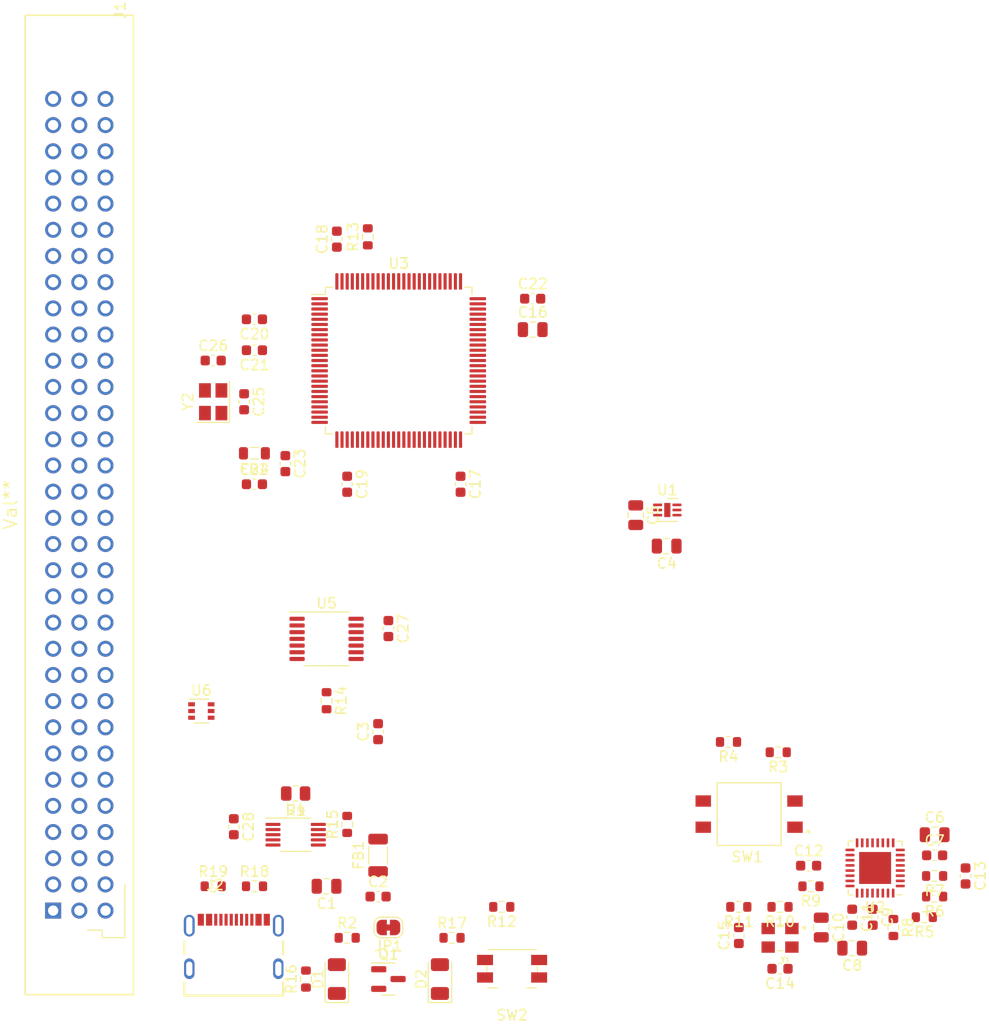
<source format=kicad_pcb>
(kicad_pcb (version 20211014) (generator pcbnew)
  (layers (0 "F.Cu" signal) (31 "B.Cu" signal) (34 "B.Paste" user) (35 "F.Paste" user) (36 "B.SilkS" user "B.Silkscreen") (37 "F.SilkS" user "F.Silkscreen") (38 "B.Mask" user) (39 "F.Mask" user) (44 "Edge.Cuts" user))
  (net 0 "")
  (net 1 "/Power/UNFILTERED_VBUS")
  (net 2 "GND")
  (net 3 "+5V")
  (net 4 "+3V3")
  (net 5 "/VCCIO")
  (net 6 "/RREF")
  (net 7 "/#RESET")
  (net 8 "Net-(C14-Pad1)")
  (net 9 "/XSCO")
  (net 10 "/MCU/VDDA")
  (net 11 "/MCU/OSC_IN")
  (net 12 "/MCU/OSC_OUT")
  (net 13 "Net-(D1-Pad1)")
  (net 14 "+5V_Mod")
  (net 15 "Net-(D2-Pad1)")
  (net 16 "Net-(D2-Pad2)")
  (net 19 "CONN_0")
  (net 20 "CONN_1")
  (net 21 "CONN_2")
  (net 22 "CONN_3")
  (net 23 "CONN_4")
  (net 24 "CONN_5")
  (net 25 "CONN_6")
  (net 26 "CONN_7")
  (net 27 "CONN_8")
  (net 28 "CONN_9")
  (net 29 "CONN_10")
  (net 30 "CONN_11")
  (net 31 "CONN_12")
  (net 32 "CONN_13")
  (net 33 "CONN_14")
  (net 34 "CONN_15")
  (net 35 "CONN_16")
  (net 36 "CONN_17")
  (net 37 "CONN_18")
  (net 38 "CONN_19")
  (net 39 "CONN_20")
  (net 40 "CONN_21")
  (net 41 "CONN_22")
  (net 42 "CONN_23")
  (net 43 "CONN_24")
  (net 44 "CONN_25")
  (net 45 "CONN_26")
  (net 46 "CONN_27")
  (net 47 "CONN_28")
  (net 48 "CONN_29")
  (net 49 "CONN_30")
  (net 50 "CONN_31")
  (net 51 "CONN_32")
  (net 52 "CONN_33")
  (net 53 "CONN_34")
  (net 54 "CONN_35")
  (net 55 "CONN_36")
  (net 56 "CONN_37")
  (net 57 "CONN_38")
  (net 58 "CONN_39")
  (net 59 "CONN_40")
  (net 60 "CONN_41")
  (net 61 "CONN_42")
  (net 62 "CONN_43")
  (net 63 "CONN_44")
  (net 64 "CONN_45")
  (net 65 "CONN_46")
  (net 66 "CONN_47")
  (net 67 "CONN_48")
  (net 68 "CONN_49")
  (net 69 "CONN_50")
  (net 70 "CONN_51")
  (net 71 "CONN_52")
  (net 74 "VBUS")
  (net 75 "/DP")
  (net 76 "/DM")
  (net 77 "/Power/OVERCURRENT_SENSE")
  (net 78 "/Power/OVERCURRENT_BASE")
  (net 79 "/DCNF0")
  (net 80 "/DCNF1")
  (net 81 "/SS")
  (net 82 "/#STEST_RST")
  (net 83 "/VBUS_DET")
  (net 84 "/XSCI")
  (net 85 "RESET")
  (net 86 "/MCU/BOOT0")
  (net 87 "Net-(R14-Pad2)")
  (net 88 "SPI_SCK")
  (net 89 "SPI_MISO")
  (net 90 "SPI_MOSI")
  (net 97 "SPI_CS")
  (net 114 "MODULE_ENABLE")
  (net 115 "MODULE_RESET")
  (net 124 "CURRENT_SENSE")
  (net 125 "Net-(U5-Pad2)")
  (net 126 "Net-(U5-Pad10)")
  (net 127 "Net-(U5-Pad8)")
  (net 128 "Net-(J2-PadA5)")
  (net 130 "Net-(J2-PadB5)")
  (footprint "Capacitor_SMD:C_0805_2012Metric" (layer "F.Cu") (at 130 81)
    (fp_text reference "C16" (at 0 -1.68) (layer "F.SilkS"))
    (fp_text value "4.7u")
    (pad "1" smd roundrect locked (at -0.95 0) (size 1 1.45) (layers "F.Cu" "F.Paste" "F.Mask") (net 4 "+3V3"))
    (pad "2" smd roundrect locked (at 0.95 0) (size 1 1.45) (layers "F.Cu" "F.Paste" "F.Mask") (net 2 "GND"))
  )
  (footprint "Capacitor_SMD:C_0603_1608Metric" (layer "F.Cu") (at 111 72.225 90)
    (fp_text reference "C18" (at 0 -1.43 90) (layer "F.SilkS"))
    (fp_text value "100n")
    (pad "1" smd roundrect locked (at -0.775 0 90) (size 0.9 0.95) (layers "F.Cu" "F.Paste" "F.Mask") (net 4 "+3V3"))
    (pad "2" smd roundrect locked (at 0.775 0 90) (size 0.9 0.95) (layers "F.Cu" "F.Paste" "F.Mask") (net 2 "GND"))
  )
  (footprint "Resistor_SMD:R_0603_1608Metric" (layer "F.Cu") (at 108 144 90)
    (fp_text reference "R16" (at 0 -1.43 90) (layer "F.SilkS"))
    (fp_text value "374")
    (pad "1" smd roundrect locked (at -0.825 0 90) (size 0.8 0.95) (layers "F.Cu" "F.Paste" "F.Mask") (net 13 "Net-(D1-Pad1)"))
    (pad "2" smd roundrect locked (at 0.825 0 90) (size 0.8 0.95) (layers "F.Cu" "F.Paste" "F.Mask") (net 2 "GND"))
  )
  (footprint "Package_SO:VSSOP-10_3x3mm_P0.5mm" (layer "F.Cu") (at 107 130)
    (fp_text reference "U4" (at 0 -2.45) (layer "F.SilkS"))
    (fp_text value "INA381AxDSG")
    (pad "1" smd roundrect locked (at -2.2 -1) (size 1.45 0.3) (layers "F.Cu" "F.Paste" "F.Mask") (net 1 "/Power/UNFILTERED_VBUS"))
    (pad "2" smd roundrect locked (at -2.2 -0.5) (size 1.45 0.3) (layers "F.Cu" "F.Paste" "F.Mask") (net 4 "+3V3"))
    (pad "3" smd roundrect locked (at -2.2 0) (size 1.45 0.3) (layers "F.Cu" "F.Paste" "F.Mask") (net 78 "/Power/OVERCURRENT_BASE"))
    (pad "4" smd roundrect locked (at -2.2 0.5) (size 1.45 0.3) (layers "F.Cu" "F.Paste" "F.Mask") (net 115 "MODULE_RESET"))
    (pad "5" smd roundrect locked (at -2.2 1) (size 1.45 0.3) (layers "F.Cu" "F.Paste" "F.Mask") (net 2 "GND"))
    (pad "6" smd roundrect locked (at 2.2 1) (size 1.45 0.3) (layers "F.Cu" "F.Paste" "F.Mask"))
    (pad "7" smd roundrect locked (at 2.2 0.5) (size 1.45 0.3) (layers "F.Cu" "F.Paste" "F.Mask") (net 87 "Net-(R14-Pad2)"))
    (pad "8" smd roundrect locked (at 2.2 0) (size 1.45 0.3) (layers "F.Cu" "F.Paste" "F.Mask") (net 124 "CURRENT_SENSE"))
    (pad "9" smd roundrect locked (at 2.2 -0.5) (size 1.45 0.3) (layers "F.Cu" "F.Paste" "F.Mask") (net 124 "CURRENT_SENSE"))
    (pad "10" smd roundrect locked (at 2.2 -1) (size 1.45 0.3) (layers "F.Cu" "F.Paste" "F.Mask") (net 74 "VBUS"))
  )
  (footprint "Package_DFN_QFN:VQFN-32-1EP_5x5mm_P0.5mm_EP3.1x3.1mm" (layer "F.Cu") (at 163.225 133.225 180)
    (fp_text reference "U2" (at 0 -3.82) (layer "F.SilkS"))
    (fp_text value "FT4222HQ")
    (pad "1" smd roundrect locked (at -2.4375 -1.75 180) (size 0.875 0.25) (layers "F.Cu" "F.Paste" "F.Mask") (net 5 "/VCCIO"))
    (pad "2" smd roundrect locked (at -2.4375 -1.25 180) (size 0.875 0.25) (layers "F.Cu" "F.Paste" "F.Mask") (net 82 "/#STEST_RST"))
    (pad "3" smd roundrect locked (at -2.4375 -0.75 180) (size 0.875 0.25) (layers "F.Cu" "F.Paste" "F.Mask") (net 7 "/#RESET"))
    (pad "4" smd roundrect locked (at -2.4375 -0.25 180) (size 0.875 0.25) (layers "F.Cu" "F.Paste" "F.Mask") (net 79 "/DCNF0"))
    (pad "5" smd roundrect locked (at -2.4375 0.25 180) (size 0.875 0.25) (layers "F.Cu" "F.Paste" "F.Mask") (net 80 "/DCNF1"))
    (pad "6" smd roundrect locked (at -2.4375 0.75 180) (size 0.875 0.25) (layers "F.Cu" "F.Paste" "F.Mask") (net 2 "GND"))
    (pad "7" smd roundrect locked (at -2.4375 1.25 180) (size 0.875 0.25) (layers "F.Cu" "F.Paste" "F.Mask") (net 5 "/VCCIO"))
    (pad "8" smd roundrect locked (at -2.4375 1.75 180) (size 0.875 0.25) (layers "F.Cu" "F.Paste" "F.Mask") (net 88 "SPI_SCK"))
    (pad "9" smd roundrect locked (at -1.75 2.4375 180) (size 0.25 0.875) (layers "F.Cu" "F.Paste" "F.Mask") (net 89 "SPI_MISO"))
    (pad "10" smd roundrect locked (at -1.25 2.4375 180) (size 0.25 0.875) (layers "F.Cu" "F.Paste" "F.Mask") (net 90 "SPI_MOSI"))
    (pad "11" smd roundrect locked (at -0.75 2.4375 180) (size 0.25 0.875) (layers "F.Cu" "F.Paste" "F.Mask"))
    (pad "12" smd roundrect locked (at -0.25 2.4375 180) (size 0.25 0.875) (layers "F.Cu" "F.Paste" "F.Mask"))
    (pad "13" smd roundrect locked (at 0.25 2.4375 180) (size 0.25 0.875) (layers "F.Cu" "F.Paste" "F.Mask"))
    (pad "14" smd roundrect locked (at 0.75 2.4375 180) (size 0.25 0.875) (layers "F.Cu" "F.Paste" "F.Mask"))
    (pad "15" smd roundrect locked (at 1.25 2.4375 180) (size 0.25 0.875) (layers "F.Cu" "F.Paste" "F.Mask"))
    (pad "16" smd roundrect locked (at 1.75 2.4375 180) (size 0.25 0.875) (layers "F.Cu" "F.Paste" "F.Mask"))
    (pad "17" smd roundrect locked (at 2.4375 1.75 180) (size 0.875 0.25) (layers "F.Cu" "F.Paste" "F.Mask") (net 97 "SPI_CS"))
    (pad "18" smd roundrect locked (at 2.4375 1.25 180) (size 0.875 0.25) (layers "F.Cu" "F.Paste" "F.Mask") (net 84 "/XSCI"))
    (pad "19" smd roundrect locked (at 2.4375 0.75 180) (size 0.875 0.25) (layers "F.Cu" "F.Paste" "F.Mask") (net 9 "/XSCO"))
    (pad "20" smd roundrect locked (at 2.4375 0.25 180) (size 0.875 0.25) (layers "F.Cu" "F.Paste" "F.Mask") (net 2 "GND"))
    (pad "21" smd roundrect locked (at 2.4375 -0.25 180) (size 0.875 0.25) (layers "F.Cu" "F.Paste" "F.Mask") (net 6 "/RREF"))
    (pad "22" smd roundrect locked (at 2.4375 -0.75 180) (size 0.875 0.25) (layers "F.Cu" "F.Paste" "F.Mask") (net 76 "/DM"))
    (pad "23" smd roundrect locked (at 2.4375 -1.25 180) (size 0.875 0.25) (layers "F.Cu" "F.Paste" "F.Mask") (net 75 "/DP"))
    (pad "24" smd roundrect locked (at 2.4375 -1.75 180) (size 0.875 0.25) (layers "F.Cu" "F.Paste" "F.Mask") (net 2 "GND"))
    (pad "25" smd roundrect locked (at 1.75 -2.4375 180) (size 0.25 0.875) (layers "F.Cu" "F.Paste" "F.Mask") (net 5 "/VCCIO"))
    (pad "26" smd roundrect locked (at 1.25 -2.4375 180) (size 0.25 0.875) (layers "F.Cu" "F.Paste" "F.Mask") (net 3 "+5V"))
    (pad "27" smd roundrect locked (at 0.75 -2.4375 180) (size 0.25 0.875) (layers "F.Cu" "F.Paste" "F.Mask") (net 2 "GND"))
    (pad "28" smd roundrect locked (at 0.25 -2.4375 180) (size 0.25 0.875) (layers "F.Cu" "F.Paste" "F.Mask") (net 2 "GND"))
    (pad "29" smd roundrect locked (at -0.25 -2.4375 180) (size 0.25 0.875) (layers "F.Cu" "F.Paste" "F.Mask"))
    (pad "30" smd roundrect locked (at -0.75 -2.4375 180) (size 0.25 0.875) (layers "F.Cu" "F.Paste" "F.Mask") (net 83 "/VBUS_DET"))
    (pad "31" smd roundrect locked (at -1.25 -2.4375 180) (size 0.25 0.875) (layers "F.Cu" "F.Paste" "F.Mask"))
    (pad "32" smd roundrect locked (at -1.75 -2.4375 180) (size 0.25 0.875) (layers "F.Cu" "F.Paste" "F.Mask") (net 81 "/SS"))
    (pad "33" smd rect locked (at 0 0 180) (size 3.1 3.1) (layers "F.Cu" "F.Mask") (net 2 "GND"))
  )
  (footprint "ECS-120-18-33-JGN-TR:XTAL_ECS-120-18-33-JGN-TR" (layer "F.Cu") (at 154 140 180)
    (fp_text reference "Y1" (at -0.527085 -2.109127) (layer "F.SilkS") (effects (font (size 0.480987 0.480987))))
    (fp_text value "12MHz")
    (pad "1" smd rect (at -1.15 0.9 180) (size 1.3 1.1) (layers "F.Cu" "F.Paste" "F.Mask") (net 8 "Net-(C14-Pad1)"))
    (pad "2" smd rect (at 1.15 0.9 180) (size 1.3 1.1) (layers "F.Cu" "F.Paste" "F.Mask") (net 2 "GND"))
    (pad "3" smd rect (at 1.15 -0.9 180) (size 1.3 1.1) (layers "F.Cu" "F.Paste" "F.Mask") (net 9 "/XSCO"))
    (pad "4" smd rect (at -1.15 -0.9 180) (size 1.3 1.1) (layers "F.Cu" "F.Paste" "F.Mask") (net 2 "GND"))
  )
  (footprint "DS04-254-2-02BK-SMT:SW_DS04-254-2-02BK-SMT" (layer "F.Cu") (at 151 128 180)
    (fp_text reference "SW1" (at 0.175 -4.155) (layer "F.SilkS"))
    (fp_text value "SW_DIP_x02")
    (pad "1A" smd rect (at -4.45 -1.27 180) (size 1.5 1.1) (layers "F.Cu" "F.Paste" "F.Mask"))
    (pad "1B" smd rect (at 4.45 -1.27) (size 1.5 1.1) (layers "F.Cu" "F.Paste" "F.Mask"))
    (pad "2A" smd rect (at -4.45 1.27 180) (size 1.5 1.1) (layers "F.Cu" "F.Paste" "F.Mask"))
    (pad "2B" smd rect (at 4.45 1.27) (size 1.5 1.1) (layers "F.Cu" "F.Paste" "F.Mask"))
  )
  (footprint "Inductor_SMD:L_0805_2012Metric" (layer "F.Cu") (at 103 93 180)
    (fp_text reference "FB2" (at 0 -1.55) (layer "F.SilkS"))
    (fp_text value "100")
    (pad "1" smd roundrect locked (at -1.0625 0 180) (size 0.875 1.2) (layers "F.Cu" "F.Paste" "F.Mask") (net 10 "/MCU/VDDA"))
    (pad "2" smd roundrect locked (at 1.0625 0 180) (size 0.875 1.2) (layers "F.Cu" "F.Paste" "F.Mask") (net 4 "+3V3"))
  )
  (footprint "Package_TO_SOT_SMD:SOT-363_SC-70-6" (layer "F.Cu") (at 97.85 118)
    (fp_text reference "U6" (at 0 -2) (layer "F.SilkS"))
    (fp_text value "MIC94090")
    (pad "1" smd rect locked (at -0.95 -0.65) (size 0.65 0.4) (layers "F.Cu" "F.Paste" "F.Mask") (net 14 "+5V_Mod"))
    (pad "2" smd rect locked (at -0.95 0) (size 0.65 0.4) (layers "F.Cu" "F.Paste" "F.Mask") (net 2 "GND"))
    (pad "3" smd rect locked (at -0.95 0.65) (size 0.65 0.4) (layers "F.Cu" "F.Paste" "F.Mask"))
    (pad "4" smd rect locked (at 0.95 0.65) (size 0.65 0.4) (layers "F.Cu" "F.Paste" "F.Mask") (net 3 "+5V"))
    (pad "5" smd rect locked (at 0.95 0) (size 0.65 0.4) (layers "F.Cu" "F.Paste" "F.Mask") (net 2 "GND"))
    (pad "6" smd rect locked (at 0.95 -0.65) (size 0.65 0.4) (layers "F.Cu" "F.Paste" "F.Mask") (net 127 "Net-(U5-Pad8)"))
  )
  (footprint "Package_TO_SOT_SMD:SOT-23" (layer "F.Cu") (at 116 144)
    (fp_text reference "Q1" (at 0 -2.4) (layer "F.SilkS"))
    (fp_text value "Q_PNP_BCE")
    (pad "1" smd roundrect locked (at -0.9375 -0.95) (size 1.475 0.6) (layers "F.Cu" "F.Paste" "F.Mask") (net 78 "/Power/OVERCURRENT_BASE"))
    (pad "2" smd roundrect locked (at -0.9375 0.95) (size 1.475 0.6) (layers "F.Cu" "F.Paste" "F.Mask") (net 4 "+3V3"))
    (pad "3" smd roundrect locked (at 0.9375 0) (size 1.475 0.6) (layers "F.Cu" "F.Paste" "F.Mask") (net 16 "Net-(D2-Pad2)"))
  )
  (footprint "Capacitor_SMD:C_0603_1608Metric" (layer "F.Cu") (at 99 84)
    (fp_text reference "C26" (at 0 -1.43) (layer "F.SilkS"))
    (fp_text value "8p")
    (pad "1" smd roundrect locked (at -0.775 0) (size 0.9 0.95) (layers "F.Cu" "F.Paste" "F.Mask") (net 12 "/MCU/OSC_OUT"))
    (pad "2" smd roundrect locked (at 0.775 0) (size 0.9 0.95) (layers "F.Cu" "F.Paste" "F.Mask") (net 2 "GND"))
  )
  (footprint "Capacitor_SMD:C_0805_2012Metric" (layer "F.Cu") (at 140 99 -90)
    (fp_text reference "C5" (at 0 -1.68 90) (layer "F.SilkS"))
    (fp_text value "4.7u")
    (pad "1" smd roundrect locked (at -0.95 0 270) (size 1 1.45) (layers "F.Cu" "F.Paste" "F.Mask") (net 4 "+3V3"))
    (pad "2" smd roundrect locked (at 0.95 0 270) (size 1 1.45) (layers "F.Cu" "F.Paste" "F.Mask") (net 2 "GND"))
  )
  (footprint "Inductor_SMD:L_1206_3216Metric" (layer "F.Cu") (at 115 132 90)
    (fp_text reference "FB1" (at 0 -1.9 90) (layer "F.SilkS"))
    (fp_text value "600R")
    (pad "1" smd roundrect locked (at -1.575 0 90) (size 1.05 1.9) (layers "F.Cu" "F.Paste" "F.Mask") (roundrect_rratio 0.238095) (net 1 "/Power/UNFILTERED_VBUS"))
    (pad "2" smd roundrect locked (at 1.575 0 90) (size 1.05 1.9) (layers "F.Cu" "F.Paste" "F.Mask") (roundrect_rratio 0.238095) (net 3 "+5V"))
  )
  (footprint "Capacitor_SMD:C_0603_1608Metric" (layer "F.Cu") (at 156.775 133)
    (fp_text reference "C12" (at 0 -1.43) (layer "F.SilkS"))
    (fp_text value "100p")
    (pad "1" smd roundrect locked (at -0.775 0) (size 0.9 0.95) (layers "F.Cu" "F.Paste" "F.Mask") (net 2 "GND"))
    (pad "2" smd roundrect locked (at 0.775 0) (size 0.9 0.95) (layers "F.Cu" "F.Paste" "F.Mask") (net 6 "/RREF"))
  )
  (footprint "Jumper:SolderJumper-2_P1.3mm_Bridged_RoundedPad1.0x1.5mm" (layer "F.Cu") (at 116 139 180)
    (fp_text reference "JP1" (at 0 -1.8) (layer "F.SilkS"))
    (fp_text value "Jumper_2_Bridged")
    (fp_poly (pts (xy 0.25 -0.3) (xy -0.25 -0.3) (xy -0.25 0.3) (xy 0.25 0.3)) (layer "F.Cu") (width 0) (fill solid))
    (pad "1" smd custom locked (at -0.65 0 180) (size 1 0.5) (layers "F.Cu" "F.Mask") (net 16 "Net-(D2-Pad2)") (options (clearance outline) (anchor rect)) (primitives (gr_circle (center 0 0.25) (end 0.5 0.25) (width 0) (fill yes)) (gr_circle (center 0 -0.25) (end 0.5 -0.25) (width 0) (fill yes)) (gr_poly (pts (xy 0.5 0.75) (xy 0 0.75) (xy 0 -0.75) (xy 0.5 -0.75)) (width 0) (fill yes))))
    (pad "2" smd custom locked (at 0.65 0 180) (size 1 0.5) (layers "F.Cu" "F.Mask") (net 77 "/Power/OVERCURRENT_SENSE") (options (clearance outline) (anchor rect)) (primitives (gr_circle (center 0 0.25) (end 0.5 0.25) (width 0) (fill yes)) (gr_circle (center 0 -0.25) (end 0.5 -0.25) (width 0) (fill yes)) (gr_poly (pts (xy 0 0.75) (xy -0.5 0.75) (xy -0.5 -0.75) (xy 0 -0.75)) (width 0) (fill yes))))
  )
  (footprint "Resistor_SMD:R_0603_1608Metric" (layer "F.Cu") (at 103.01 135)
    (fp_text reference "R18" (at 0 -1.43) (layer "F.SilkS"))
    (fp_text value "5.1k")
    (pad "1" smd roundrect locked (at -0.825 0) (size 0.8 0.95) (layers "F.Cu" "F.Paste" "F.Mask") (net 130 "Net-(J2-PadB5)"))
    (pad "2" smd roundrect locked (at 0.825 0) (size 0.8 0.95) (layers "F.Cu" "F.Paste" "F.Mask") (net 2 "GND"))
  )
  (footprint "Capacitor_SMD:C_0805_2012Metric" (layer "F.Cu") (at 169 130)
    (fp_text reference "C6" (at 0 -1.68) (layer "F.SilkS"))
    (fp_text value "4.7u")
    (pad "1" smd roundrect locked (at -0.95 0) (size 1 1.45) (layers "F.Cu" "F.Paste" "F.Mask") (net 5 "/VCCIO"))
    (pad "2" smd roundrect locked (at 0.95 0) (size 1 1.45) (layers "F.Cu" "F.Paste" "F.Mask") (net 2 "GND"))
  )
  (footprint "Package_DFN_QFN:DFN-6-1EP_2x2mm_P0.5mm_EP0.6x1.37mm" (layer "F.Cu") (at 143.0625 98.5)
    (fp_text reference "U1" (at 0 -1.95) (layer "F.SilkS"))
    (fp_text value "STLQ020PU33R")
    (pad "1" smd roundrect locked (at -0.9375 -0.5) (size 0.875 0.25) (layers "F.Cu" "F.Paste" "F.Mask") (net 4 "+3V3"))
    (pad "2" smd roundrect locked (at -0.9375 0) (size 0.875 0.25) (layers "F.Cu" "F.Paste" "F.Mask"))
    (pad "3" smd roundrect locked (at -0.9375 0.5) (size 0.875 0.25) (layers "F.Cu" "F.Paste" "F.Mask") (net 2 "GND"))
    (pad "4" smd roundrect locked (at 0.9375 0.5) (size 0.875 0.25) (layers "F.Cu" "F.Paste" "F.Mask") (net 3 "+5V"))
    (pad "5" smd roundrect locked (at 0.9375 0) (size 0.875 0.25) (layers "F.Cu" "F.Paste" "F.Mask"))
    (pad "6" smd roundrect locked (at 0.9375 -0.5) (size 0.875 0.25) (layers "F.Cu" "F.Paste" "F.Mask") (net 3 "+5V"))
    (pad "7" smd rect locked (at 0 0) (size 0.6 1.37) (layers "F.Cu" "F.Mask"))
  )
  (footprint "Capacitor_SMD:C_0603_1608Metric" (layer "F.Cu") (at 130 78)
    (fp_text reference "C22" (at 0 -1.43) (layer "F.SilkS"))
    (fp_text value "100n")
    (pad "1" smd roundrect locked (at -0.775 0) (size 0.9 0.95) (layers "F.Cu" "F.Paste" "F.Mask") (net 4 "+3V3"))
    (pad "2" smd roundrect locked (at 0.775 0) (size 0.9 0.95) (layers "F.Cu" "F.Paste" "F.Mask") (net 2 "GND"))
  )
  (footprint "Capacitor_SMD:C_0603_1608Metric" (layer "F.Cu") (at 123 96 -90)
    (fp_text reference "C17" (at 0 -1.43 90) (layer "F.SilkS"))
    (fp_text value "100n")
    (pad "1" smd roundrect locked (at -0.775 0 270) (size 0.9 0.95) (layers "F.Cu" "F.Paste" "F.Mask") (net 4 "+3V3"))
    (pad "2" smd roundrect locked (at 0.775 0 270) (size 0.9 0.95) (layers "F.Cu" "F.Paste" "F.Mask") (net 2 "GND"))
  )
  (footprint "Resistor_SMD:R_0603_1608Metric" (layer "F.Cu") (at 157 135 180)
    (fp_text reference "R9" (at 0 -1.43) (layer "F.SilkS"))
    (fp_text value "12k 1%")
    (pad "1" smd roundrect locked (at -0.825 0 180) (size 0.8 0.95) (layers "F.Cu" "F.Paste" "F.Mask") (net 6 "/RREF"))
    (pad "2" smd roundrect locked (at 0.825 0 180) (size 0.8 0.95) (layers "F.Cu" "F.Paste" "F.Mask") (net 2 "GND"))
  )
  (footprint "LED_SMD:LED_1206_3216Metric" (layer "F.Cu") (at 121 144 90)
    (fp_text reference "D2" (at 0 -1.82 90) (layer "F.SilkS"))
    (fp_text value "Red")
    (pad "1" smd roundrect locked (at -1.4 0 90) (size 1.25 1.75) (layers "F.Cu" "F.Paste" "F.Mask") (roundrect_rratio 0.2) (net 15 "Net-(D2-Pad1)"))
    (pad "2" smd roundrect locked (at 1.4 0 90) (size 1.25 1.75) (layers "F.Cu" "F.Paste" "F.Mask") (roundrect_rratio 0.2) (net 16 "Net-(D2-Pad2)"))
  )
  (footprint "Capacitor_SMD:C_0805_2012Metric" (layer "F.Cu") (at 161 141 180)
    (fp_text reference "C8" (at 0 -1.68) (layer "F.SilkS"))
    (fp_text value "4.7u")
    (pad "1" smd roundrect locked (at -0.95 0 180) (size 1 1.45) (layers "F.Cu" "F.Paste" "F.Mask") (net 3 "+5V"))
    (pad "2" smd roundrect locked (at 0.95 0 180) (size 1 1.45) (layers "F.Cu" "F.Paste" "F.Mask") (net 2 "GND"))
  )
  (footprint "Resistor_SMD:R_0603_1608Metric" (layer "F.Cu") (at 153.825 122 180)
    (fp_text reference "R3" (at 0 -1.43) (layer "F.SilkS"))
    (fp_text value "10k")
    (pad "1" smd roundrect locked (at -0.825 0 180) (size 0.8 0.95) (layers "F.Cu" "F.Paste" "F.Mask") (net 79 "/DCNF0"))
    (pad "2" smd roundrect locked (at 0.825 0 180) (size 0.8 0.95) (layers "F.Cu" "F.Paste" "F.Mask") (net 2 "GND"))
  )
  (footprint "Capacitor_SMD:C_0603_1608Metric" (layer "F.Cu") (at 115 136)
    (fp_text reference "C2" (at 0 -1.43) (layer "F.SilkS"))
    (fp_text value "100n")
    (pad "1" smd roundrect locked (at -0.775 0) (size 0.9 0.95) (layers "F.Cu" "F.Paste" "F.Mask") (net 1 "/Power/UNFILTERED_VBUS"))
    (pad "2" smd roundrect locked (at 0.775 0) (size 0.9 0.95) (layers "F.Cu" "F.Paste" "F.Mask") (net 2 "GND"))
  )
  (footprint "Capacitor_SMD:C_0603_1608Metric" (layer "F.Cu") (at 161 138 -90)
    (fp_text reference "C11" (at 0 -1.43 90) (layer "F.SilkS"))
    (fp_text value "100n")
    (pad "1" smd roundrect locked (at -0.775 0 270) (size 0.9 0.95) (layers "F.Cu" "F.Paste" "F.Mask") (net 5 "/VCCIO"))
    (pad "2" smd roundrect locked (at 0.775 0 270) (size 0.9 0.95) (layers "F.Cu" "F.Paste" "F.Mask") (net 2 "GND"))
  )
  (footprint "Capacitor_SMD:C_0603_1608Metric" (layer "F.Cu") (at 172 134 -90)
    (fp_text reference "C13" (at 0 -1.43 90) (layer "F.SilkS"))
    (fp_text value "100n")
    (pad "1" smd roundrect locked (at -0.775 0 270) (size 0.9 0.95) (layers "F.Cu" "F.Paste" "F.Mask") (net 7 "/#RESET"))
    (pad "2" smd roundrect locked (at 0.775 0 270) (size 0.9 0.95) (layers "F.Cu" "F.Paste" "F.Mask") (net 2 "GND"))
  )
  (footprint "USB4105-GF-A:GCT_USB4105-GF-A" (layer "F.Cu") (at 101 143)
    (fp_text reference "J2" (at -1.825 -8.135) (layer "F.SilkS"))
    (fp_text value "USB_C_Receptacle_USB2.0")
    (pad "" np_thru_hole circle (at -2.89 -3.68) (size 0.65 0.65) (drill 0.65) (layers *.Cu *.Mask))
    (pad "" np_thru_hole circle (at 2.89 -3.68) (size 0.65 0.65) (drill 0.65) (layers *.Cu *.Mask))
    (pad "A1_B12" smd rect (at -3.2 -4.755) (size 0.6 1.15) (layers "F.Cu" "F.Paste" "F.Mask"))
    (pad "A4_B9" smd rect (at -2.4 -4.755) (size 0.6 1.15) (layers "F.Cu" "F.Paste" "F.Mask"))
    (pad "A5" smd rect (at -1.25 -4.755) (size 0.3 1.15) (layers "F.Cu" "F.Paste" "F.Mask") (net 128 "Net-(J2-PadA5)"))
    (pad "A6" smd rect (at -0.25 -4.755) (size 0.3 1.15) (layers "F.Cu" "F.Paste" "F.Mask") (net 75 "/DP"))
    (pad "A7" smd rect (at 0.25 -4.755) (size 0.3 1.15) (layers "F.Cu" "F.Paste" "F.Mask") (net 76 "/DM"))
    (pad "A8" smd rect (at 1.25 -4.755) (size 0.3 1.15) (layers "F.Cu" "F.Paste" "F.Mask"))
    (pad "B1_A12" smd rect (at 3.2 -4.755) (size 0.6 1.15) (layers "F.Cu" "F.Paste" "F.Mask"))
    (pad "B4_A9" smd rect (at 2.4 -4.755) (size 0.6 1.15) (layers "F.Cu" "F.Paste" "F.Mask"))
    (pad "B5" smd rect (at 1.75 -4.755) (size 0.3 1.15) (layers "F.Cu" "F.Paste" "F.Mask") (net 130 "Net-(J2-PadB5)"))
    (pad "B6" smd rect (at 0.75 -4.755) (size 0.3 1.15) (layers "F.Cu" "F.Paste" "F.Mask") (net 75 "/DP"))
    (pad "B7" smd rect (at -0.75 -4.755) (size 0.3 1.15) (layers "F.Cu" "F.Paste" "F.Mask") (net 76 "/DM"))
    (pad "B8" smd rect (at -1.75 -4.755) (size 0.3 1.15) (layers "F.Cu" "F.Paste" "F.Mask"))
    (pad "S1" thru_hole oval (at -4.32 -4.18) (size 1.05 2.1) (drill oval 0.6 1.7) (layers *.Cu *.Mask))
    (pad "S2" thru_hole oval (at -4.32 0) (size 1 2) (drill oval 0.6 1.4) (layers *.Cu *.Mask))
    (pad "S3" thru_hole oval (at 4.32 0) (size 1 2) (drill oval 0.6 1.4) (layers *.Cu *.Mask))
    (pad "S4" thru_hole oval (at 4.32 -4.18) (size 1.05 2.1) (drill oval 0.6 1.7) (layers *.Cu *.Mask))
  )
  (footprint "Package_QFP:LQFP-100_14x14mm_P0.5mm" (layer "F.Cu") (at 117 84)
    (fp_text reference "U3" (at 0 -9.42) (layer "F.SilkS"))
    (fp_text value "STM32F103V8Tx")
    (pad "1" smd roundrect locked (at -7.675 -6) (size 1.6 0.3) (layers "F.Cu" "F.Paste" "F.Mask") (net 63 "CONN_44"))
    (pad "2" smd roundrect locked (at -7.675 -5.5) (size 1.6 0.3) (layers "F.Cu" "F.Paste" "F.Mask") (net 64 "CONN_45"))
    (pad "3" smd roundrect locked (at -7.675 -5) (size 1.6 0.3) (layers "F.Cu" "F.Paste" "F.Mask") (net 65 "CONN_46"))
    (pad "4" smd roundrect locked (at -7.675 -4.5) (size 1.6 0.3) (layers "F.Cu" "F.Paste" "F.Mask") (net 66 "CONN_47"))
    (pad "5" smd roundrect locked (at -7.675 -4) (size 1.6 0.3) (layers "F.Cu" "F.Paste" "F.Mask") (net 67 "CONN_48"))
    (pad "6" smd roundrect locked (at -7.675 -3.5) (size 1.6 0.3) (layers "F.Cu" "F.Paste" "F.Mask") (net 4 "+3V3"))
    (pad "7" smd roundrect locked (at -7.675 -3) (size 1.6 0.3) (layers "F.Cu" "F.Paste" "F.Mask") (net 60 "CONN_41"))
    (pad "8" smd roundrect locked (at -7.675 -2.5) (size 1.6 0.3) (layers "F.Cu" "F.Paste" "F.Mask") (net 61 "CONN_42"))
    (pad "9" smd roundrect locked (at -7.675 -2) (size 1.6 0.3) (layers "F.Cu" "F.Paste" "F.Mask") (net 62 "CONN_43"))
    (pad "10" smd roundrect locked (at -7.675 -1.5) (size 1.6 0.3) (layers "F.Cu" "F.Paste" "F.Mask") (net 2 "GND"))
    (pad "11" smd roundrect locked (at -7.675 -1) (size 1.6 0.3) (layers "F.Cu" "F.Paste" "F.Mask") (net 4 "+3V3"))
    (pad "12" smd roundrect locked (at -7.675 -0.5) (size 1.6 0.3) (layers "F.Cu" "F.Paste" "F.Mask") (net 11 "/MCU/OSC_IN"))
    (pad "13" smd roundrect locked (at -7.675 0) (size 1.6 0.3) (layers "F.Cu" "F.Paste" "F.Mask") (net 12 "/MCU/OSC_OUT"))
    (pad "14" smd roundrect locked (at -7.675 0.5) (size 1.6 0.3) (layers "F.Cu" "F.Paste" "F.Mask") (net 85 "RESET"))
    (pad "15" smd roundrect locked (at -7.675 1) (size 1.6 0.3) (layers "F.Cu" "F.Paste" "F.Mask") (net 47 "CONN_28"))
    (pad "16" smd roundrect locked (at -7.675 1.5) (size 1.6 0.3) (layers "F.Cu" "F.Paste" "F.Mask") (net 48 "CONN_29"))
    (pad "17" smd roundrect locked (at -7.675 2) (size 1.6 0.3) (layers "F.Cu" "F.Paste" "F.Mask") (net 49 "CONN_30"))
    (pad "18" smd roundrect locked (at -7.675 2.5) (size 1.6 0.3) (layers "F.Cu" "F.Paste" "F.Mask") (net 50 "CONN_31"))
    (pad "19" smd roundrect locked (at -7.675 3) (size 1.6 0.3) (layers "F.Cu" "F.Paste" "F.Mask") (net 2 "GND"))
    (pad "20" smd roundrect locked (at -7.675 3.5) (size 1.6 0.3) (layers "F.Cu" "F.Paste" "F.Mask") (net 2 "GND"))
    (pad "21" smd roundrect locked (at -7.675 4) (size 1.6 0.3) (layers "F.Cu" "F.Paste" "F.Mask") (net 10 "/MCU/VDDA"))
    (pad "22" smd roundrect locked (at -7.675 4.5) (size 1.6 0.3) (layers "F.Cu" "F.Paste" "F.Mask") (net 10 "/MCU/VDDA"))
    (pad "23" smd roundrect locked (at -7.675 5) (size 1.6 0.3) (layers "F.Cu" "F.Paste" "F.Mask") (net 19 "CONN_0"))
    (pad "24" smd roundrect locked (at -7.675 5.5) (size 1.6 0.3) (layers "F.Cu" "F.Paste" "F.Mask") (net 20 "CONN_1"))
    (pad "25" smd roundrect locked (at -7.675 6) (size 1.6 0.3) (layers "F.Cu" "F.Paste" "F.Mask") (net 21 "CONN_2"))
    (pad "26" smd roundrect locked (at -6 7.675) (size 0.3 1.6) (layers "F.Cu" "F.Paste" "F.Mask") (net 22 "CONN_3"))
    (pad "27" smd roundrect locked (at -5.5 7.675) (size 0.3 1.6) (layers "F.Cu" "F.Paste" "F.Mask") (net 2 "GND"))
    (pad "28" smd roundrect locked (at -5 7.675) (size 0.3 1.6) (layers "F.Cu" "F.Paste" "F.Mask") (net 4 "+3V3"))
    (pad "29" smd roundrect locked (at -4.5 7.675) (size 0.3 1.6) (layers "F.Cu" "F.Paste" "F.Mask") (net 97 "SPI_CS"))
    (pad "30" smd roundrect locked (at -4 7.675) (size 0.3 1.6) (layers "F.Cu" "F.Paste" "F.Mask") (net 88 "SPI_SCK"))
    (pad "31" smd roundrect locked (at -3.5 7.675) (size 0.3 1.6) (layers "F.Cu" "F.Paste" "F.Mask") (net 89 "SPI_MISO"))
    (pad "32" smd roundrect locked (at -3 7.675) (size 0.3 1.6) (layers "F.Cu" "F.Paste" "F.Mask") (net 90 "SPI_MOSI"))
    (pad "33" smd roundrect locked (at -2.5 7.675) (size 0.3 1.6) (layers "F.Cu" "F.Paste" "F.Mask") (net 51 "CONN_32"))
    (pad "34" smd roundrect locked (at -2 7.675) (size 0.3 1.6) (layers "F.Cu" "F.Paste" "F.Mask") (net 52 "CONN_33"))
    (pad "35" smd roundrect locked (at -1.5 7.675) (size 0.3 1.6) (layers "F.Cu" "F.Paste" "F.Mask") (net 31 "CONN_12"))
    (pad "36" smd roundrect locked (at -1 7.675) (size 0.3 1.6) (layers "F.Cu" "F.Paste" "F.Mask") (net 32 "CONN_13"))
    (pad "37" smd roundrect locked (at -0.5 7.675) (size 0.3 1.6) (layers "F.Cu" "F.Paste" "F.Mask") (net 33 "CONN_14"))
    (pad "38" smd roundrect locked (at 0 7.675) (size 0.3 1.6) (layers "F.Cu" "F.Paste" "F.Mask") (net 68 "CONN_49"))
    (pad "39" smd roundrect locked (at 0.5 7.675) (size 0.3 1.6) (layers "F.Cu" "F.Paste" "F.Mask") (net 69 "CONN_50"))
    (pad "40" smd roundrect locked (at 1 7.675) (size 0.3 1.6) (layers "F.Cu" "F.Paste" "F.Mask") (net 70 "CONN_51"))
    (pad "41" smd roundrect locked (at 1.5 7.675) (size 0.3 1.6) (layers "F.Cu" "F.Paste" "F.Mask") (net 71 "CONN_52"))
    (pad "42" smd roundrect locked (at 2 7.675) (size 0.3 1.6) (layers "F.Cu" "F.Paste" "F.Mask"))
    (pad "43" smd roundrect locked (at 2.5 7.675) (size 0.3 1.6) (layers "F.Cu" "F.Paste" "F.Mask"))
    (pad "44" smd roundrect locked (at 3 7.675) (size 0.3 1.6) (layers "F.Cu" "F.Paste" "F.Mask"))
    (pad "45" smd roundrect locked (at 3.5 7.675) (size 0.3 1.6) (layers "F.Cu" "F.Paste" "F.Mask"))
    (pad "46" smd roundrect locked (at 4 7.675) (size 0.3 1.6) (layers "F.Cu" "F.Paste" "F.Mask"))
    (pad "47" smd roundrect locked (at 4.5 7.675) (size 0.3 1.6) (layers "F.Cu" "F.Paste" "F.Mask") (net 41 "CONN_22"))
    (pad "48" smd roundrect locked (at 5 7.675) (size 0.3 1.6) (layers "F.Cu" "F.Paste" "F.Mask") (net 42 "CONN_23"))
    (pad "49" smd roundrect locked (at 5.5 7.675) (size 0.3 1.6) (layers "F.Cu" "F.Paste" "F.Mask") (net 2 "GND"))
    (pad "50" smd roundrect locked (at 6 7.675) (size 0.3 1.6) (layers "F.Cu" "F.Paste" "F.Mask") (net 4 "+3V3"))
    (pad "51" smd roundrect locked (at 7.675 6) (size 1.6 0.3) (layers "F.Cu" "F.Paste" "F.Mask") (net 43 "CONN_24"))
    (pad "52" smd roundrect locked (at 7.675 5.5) (size 1.6 0.3) (layers "F.Cu" "F.Paste" "F.Mask") (net 44 "CONN_25"))
    (pad "53" smd roundrect locked (at 7.675 5) (size 1.6 0.3) (layers "F.Cu" "F.Paste" "F.Mask") (net 45 "CONN_26"))
    (pad "54" smd roundrect locked (at 7.675 4.5) (size 1.6 0.3) (layers "F.Cu" "F.Paste" "F.Mask") (net 46 "CONN_27"))
    (pad "55" smd roundrect locked (at 7.675 4) (size 1.6 0.3) (layers "F.Cu" "F.Paste" "F.Mask"))
    (pad "56" smd roundrect locked (at 7.675 3.5) (size 1.6 0.3) (layers "F.Cu" "F.Paste" "F.Mask"))
    (pad "57" smd roundrect locked (at 7.675 3) (size 1.6 0.3) (layers "F.Cu" "F.Paste" "F.Mask"))
    (pad "58" smd roundrect locked (at 7.675 2.5) (size 1.6 0.3) (layers "F.Cu" "F.Paste" "F.Mask"))
    (pad "59" smd roundrect locked (at 7.675 2) (size 1.6 0.3) (layers "F.Cu" "F.Paste" "F.Mask"))
    (pad "60" smd roundrect locked (at 7.675 1.5) (size 1.6 0.3) (layers "F.Cu" "F.Paste" "F.Mask"))
    (pad "61" smd roundrect locked (at 7.675 1) (size 1.6 0.3) (layers "F.Cu" "F.Paste" "F.Mask"))
    (pad "62" smd roundrect locked (at 7.675 0.5) (size 1.6 0.3) (layers "F.Cu" "F.Paste" "F.Mask"))
    (pad "63" smd roundrect locked (at 7.675 0) (size 1.6 0.3) (layers "F.Cu" "F.Paste" "F.Mask") (net 53 "CONN_34"))
    (pad "64" smd roundrect locked (at 7.675 -0.5) (size 1.6 0.3) (layers "F.Cu" "F.Paste" "F.Mask") (net 54 "CONN_35"))
    (pad "65" smd roundrect locked (at 7.675 -1) (size 1.6 0.3) (layers "F.Cu" "F.Paste" "F.Mask") (net 55 "CONN_36"))
    (pad "66" smd roundrect locked (at 7.675 -1.5) (size 1.6 0.3) (layers "F.Cu" "F.Paste" "F.Mask") (net 56 "CONN_37"))
    (pad "67" smd roundrect locked (at 7.675 -2) (size 1.6 0.3) (layers "F.Cu" "F.Paste" "F.Mask") (net 23 "CONN_4"))
    (pad "68" smd roundrect locked (at 7.675 -2.5) (size 1.6 0.3) (layers "F.Cu" "F.Paste" "F.Mask") (net 24 "CONN_5"))
    (pad "69" smd roundrect locked (at 7.675 -3) (size 1.6 0.3) (layers "F.Cu" "F.Paste" "F.Mask") (net 25 "CONN_6"))
    (pad "70" smd roundrect locked (at 7.675 -3.5) (size 1.6 0.3) (layers "F.Cu" "F.Paste" "F.Mask") (net 26 "CONN_7"))
    (pad "71" smd roundrect locked (at 7.675 -4) (size 1.6 0.3) (layers "F.Cu" "F.Paste" "F.Mask") (net 27 "CONN_8"))
    (pad "72" smd roundrect locked (at 7.675 -4.5) (size 1.6 0.3) (layers "F.Cu" "F.Paste" "F.Mask") (net 28 "CONN_9"))
    (pad "73" smd roundrect locked (at 7.675 -5) (size 1.6 0.3) (layers "F.Cu" "F.Paste" "F.Mask"))
    (pad "74" smd roundrect locked (at 7.675 -5.5) (size 1.6 0.3) (layers "F.Cu" "F.Paste" "F.Mask") (net 2 "GND"))
    (pad "75" smd roundrect locked (at 7.675 -6) (size 1.6 0.3) (layers "F.Cu" "F.Paste" "F.Mask") (net 4 "+3V3"))
    (pad "76" smd roundrect locked (at 6 -7.675) (size 0.3 1.6) (layers "F.Cu" "F.Paste" "F.Mask") (net 29 "CONN_10"))
    (pad "77" smd roundrect locked (at 5.5 -7.675) (size 0.3 1.6) (layers "F.Cu" "F.Paste" "F.Mask") (net 30 "CONN_11"))
    (pad "78" smd roundrect locked (at 5 -7.675) (size 0.3 1.6) (layers "F.Cu" "F.Paste" "F.Mask") (net 57 "CONN_38"))
    (pad "79" smd roundrect locked (at 4.5 -7.675) (size 0.3 1.6) (layers "F.Cu" "F.Paste" "F.Mask") (net 58 "CONN_39"))
    (pad "80" smd roundrect locked (at 4 -7.675) (size 0.3 1.6) (layers "F.Cu" "F.Paste" "F.Mask") (net 59 "CONN_40"))
    (pad "81" smd roundrect locked (at 3.5 -7.675) (size 0.3 1.6) (layers "F.Cu" "F.Paste" "F.Mask") (net 114 "MODULE_ENABLE"))
    (pad "82" smd roundrect locked (at 3 -7.675) (size 0.3 1.6) (layers "F.Cu" "F.Paste" "F.Mask") (net 115 "MODULE_RESET"))
    (pad "83" smd roundrect locked (at 2.5 -7.675) (size 0.3 1.6) (layers "F.Cu" "F.Paste" "F.Mask"))
    (pad "84" smd roundrect locked (at 2 -7.675) (size 0.3 1.6) (layers "F.Cu" "F.Paste" "F.Mask"))
    (pad "85" smd roundrect locked (at 1.5 -7.675) (size 0.3 1.6) (layers "F.Cu" "F.Paste" "F.Mask"))
    (pad "86" smd roundrect locked (at 1 -7.675) (size 0.3 1.6) (layers "F.Cu" "F.Paste" "F.Mask"))
    (pad "87" smd roundrect locked (at 0.5 -7.675) (size 0.3 1.6) (layers "F.Cu" "F.Paste" "F.Mask"))
    (pad "88" smd roundrect locked (at 0 -7.675) (size 0.3 1.6) (layers "F.Cu" "F.Paste" "F.Mask"))
    (pad "89" smd roundrect locked (at -0.5 -7.675) (size 0.3 1.6) (layers "F.Cu" "F.Paste" "F.Mask") (net 34 "CONN_15"))
    (pad "90" smd roundrect locked (at -1 -7.675) (size 0.3 1.6) (layers "F.Cu" "F.Paste" "F.Mask") (net 35 "CONN_16"))
    (pad "91" smd roundrect locked (at -1.5 -7.675) (size 0.3 1.6) (layers "F.Cu" "F.Paste" "F.Mask") (net 36 "CONN_17"))
    (pad "92" smd roundrect locked (at -2 -7.675) (size 0.3 1.6) (layers "F.Cu" "F.Paste" "F.Mask") (net 37 "CONN_18"))
    (pad "93" smd roundrect locked (at -2.5 -7.675) (size 0.3 1.6) (layers "F.Cu" "F.Paste" "F.Mask") (net 38 "CONN_19"))
    (pad "94" smd roundrect locked (at -3 -7.675) (size 0.3 1.6) (layers "F.Cu" "F.Paste" "F.Mask") (net 86 "/MCU/BOOT0"))
    (pad "95" smd roundrect locked (at -3.5 -7.675) (size 0.3 1.6) (layers "F.Cu" "F.Paste" "F.Mask") (net 39 "CONN_20"))
    (pad "96" smd roundrect locked (at -4 -7.675) (size 0.3 1.6) (layers "F.Cu" "F.Paste" "F.Mask") (net 40 "CONN_21"))
    (pad "97" smd roundrect locked (at -4.5 -7.675) (size 0.3 1.6) (layers "F.Cu" "F.Paste" "F.Mask"))
    (pad "98" smd roundrect locked (at -5 -7.675) (size 0.3 1.6) (layers "F.Cu" "F.Paste" "F.Mask"))
    (pad "99" smd roundrect locked (at -5.5 -7.675) (size 0.3 1.6) (layers "F.Cu" "F.Paste" "F.Mask") (net 2 "GND"))
    (pad "100" smd roundrect locked (at -6 -7.675) (size 0.3 1.6) (layers "F.Cu" "F.Paste" "F.Mask") (net 4 "+3V3"))
  )
  (footprint "Capacitor_SMD:C_0805_2012Metric" (layer "F.Cu") (at 110 135 180)
    (fp_text reference "C1" (at 0 -1.68) (layer "F.SilkS"))
    (fp_text value "4.7u")
    (pad "1" smd roundrect locked (at -0.95 0 180) (size 1 1.45) (layers "F.Cu" "F.Paste" "F.Mask") (net 1 "/Power/UNFILTERED_VBUS"))
    (pad "2" smd roundrect locked (at 0.95 0 180) (size 1 1.45) (layers "F.Cu" "F.Paste" "F.Mask") (net 2 "GND"))
  )
  (footprint "Resistor_SMD:R_0805_2012Metric" (layer "F.Cu") (at 107 126 180)
    (fp_text reference "R1" (at 0 -1.65) (layer "F.SilkS"))
    (fp_text value "160mOhm")
    (pad "1" smd roundrect locked (at -0.9125 0 180) (size 1.025 1.4) (layers "F.Cu" "F.Paste" "F.Mask") (roundrect_rratio 0.243902) (net 74 "VBUS"))
    (pad "2" smd roundrect locked (at 0.9125 0 180) (size 1.025 1.4) (layers "F.Cu" "F.Paste" "F.Mask") (roundrect_rratio 0.243902) (net 1 "/Power/UNFILTERED_VBUS"))
  )
  (footprint "Package_SO:TSSOP-14_4.4x5mm_P0.65mm" (layer "F.Cu") (at 110 111)
    (fp_text reference "U5" (at 0 -3.45) (layer "F.SilkS"))
    (fp_text value "SN74ALVC00")
    (pad "1" smd roundrect locked (at -2.8625 -1.95) (size 1.475 0.4) (layers "F.Cu" "F.Paste" "F.Mask") (net 114 "MODULE_ENABLE"))
    (pad "2" smd roundrect locked (at -2.8625 -1.3) (size 1.475 0.4) (layers "F.Cu" "F.Paste" "F.Mask") (net 125 "Net-(U5-Pad2)"))
    (pad "3" smd roundrect locked (at -2.8625 -0.65) (size 1.475 0.4) (layers "F.Cu" "F.Paste" "F.Mask") (net 126 "Net-(U5-Pad10)"))
    (pad "4" smd roundrect locked (at -2.8625 0) (size 1.475 0.4) (layers "F.Cu" "F.Paste" "F.Mask") (net 77 "/Power/OVERCURRENT_SENSE"))
    (pad "5" smd roundrect locked (at -2.8625 0.65) (size 1.475 0.4) (layers "F.Cu" "F.Paste" "F.Mask") (net 77 "/Power/OVERCURRENT_SENSE"))
    (pad "6" smd roundrect locked (at -2.8625 1.3) (size 1.475 0.4) (layers "F.Cu" "F.Paste" "F.Mask") (net 125 "Net-(U5-Pad2)"))
    (pad "7" smd roundrect locked (at -2.8625 1.95) (size 1.475 0.4) (layers "F.Cu" "F.Paste" "F.Mask") (net 2 "GND"))
    (pad "8" smd roundrect locked (at 2.8625 1.95) (size 1.475 0.4) (layers "F.Cu" "F.Paste" "F.Mask") (net 127 "Net-(U5-Pad8)"))
    (pad "9" smd roundrect locked (at 2.8625 1.3) (size 1.475 0.4) (layers "F.Cu" "F.Paste" "F.Mask") (net 126 "Net-(U5-Pad10)"))
    (pad "10" smd roundrect locked (at 2.8625 0.65) (size 1.475 0.4) (layers "F.Cu" "F.Paste" "F.Mask") (net 126 "Net-(U5-Pad10)"))
    (pad "11" smd roundrect locked (at 2.8625 0) (size 1.475 0.4) (layers "F.Cu" "F.Paste" "F.Mask"))
    (pad "12" smd roundrect locked (at 2.8625 -0.65) (size 1.475 0.4) (layers "F.Cu" "F.Paste" "F.Mask"))
    (pad "13" smd roundrect locked (at 2.8625 -1.3) (size 1.475 0.4) (layers "F.Cu" "F.Paste" "F.Mask"))
    (pad "14" smd roundrect locked (at 2.8625 -1.95) (size 1.475 0.4) (layers "F.Cu" "F.Paste" "F.Mask") (net 4 "+3V3"))
  )
  (footprint "Resistor_SMD:R_0603_1608Metric" (layer "F.Cu") (at 150 137 180)
    (fp_text reference "R11" (at 0 -1.43) (layer "F.SilkS"))
    (fp_text value "0")
    (pad "1" smd roundrect locked (at -0.825 0 180) (size 0.8 0.95) (layers "F.Cu" "F.Paste" "F.Mask") (net 84 "/XSCI"))
    (pad "2" smd roundrect locked (at 0.825 0 180) (size 0.8 0.95) (layers "F.Cu" "F.Paste" "F.Mask") (net 8 "Net-(C14-Pad1)"))
  )
  (footprint "Capacitor_SMD:C_0805_2012Metric" (layer "F.Cu") (at 143 102 180)
    (fp_text reference "C4" (at 0 -1.68) (layer "F.SilkS"))
    (fp_text value "4.7u")
    (pad "1" smd roundrect locked (at -0.95 0 180) (size 1 1.45) (layers "F.Cu" "F.Paste" "F.Mask") (net 3 "+5V"))
    (pad "2" smd roundrect locked (at 0.95 0 180) (size 1 1.45) (layers "F.Cu" "F.Paste" "F.Mask") (net 2 "GND"))
  )
  (footprint "Crystal:Crystal_SMD_SeikoEpson_TSX3225-4Pin_3.2x2.5mm" (layer "F.Cu") (at 99 88 90)
    (fp_text reference "Y2" (at 0 -2.45 90) (layer "F.SilkS"))
    (fp_text value "24MHz")
    (pad "1" smd rect locked (at -1.1 0.8 90) (size 1.4 1.15) (layers "F.Cu" "F.Paste" "F.Mask") (net 11 "/MCU/OSC_IN"))
    (pad "2" smd rect locked (at 1.1 0.8 90) (size 1.4 1.15) (layers "F.Cu" "F.Paste" "F.Mask") (net 2 "GND"))
    (pad "3" smd rect locked (at 1.1 -0.8 90) (size 1.4 1.15) (layers "F.Cu" "F.Paste" "F.Mask") (net 12 "/MCU/OSC_OUT"))
    (pad "4" smd rect locked (at -1.1 -0.8 90) (size 1.4 1.15) (layers "F.Cu" "F.Paste" "F.Mask") (net 2 "GND"))
  )
  (footprint "Capacitor_SMD:C_0603_1608Metric" (layer "F.Cu") (at 102 88 -90)
    (fp_text reference "C25" (at 0 -1.43 90) (layer "F.SilkS"))
    (fp_text value "8p")
    (pad "1" smd roundrect locked (at -0.775 0 270) (size 0.9 0.95) (layers "F.Cu" "F.Paste" "F.Mask") (net 2 "GND"))
    (pad "2" smd roundrect locked (at 0.775 0 270) (size 0.9 0.95) (layers "F.Cu" "F.Paste" "F.Mask") (net 11 "/MCU/OSC_IN"))
  )
  (footprint "Resistor_SMD:R_0603_1608Metric" (layer "F.Cu") (at 99 135)
    (fp_text reference "R19" (at 0 -1.43) (layer "F.SilkS"))
    (fp_text value "5.1k")
    (pad "1" smd roundrect locked (at -0.825 0) (size 0.8 0.95) (layers "F.Cu" "F.Paste" "F.Mask") (net 128 "Net-(J2-PadA5)"))
    (pad "2" smd roundrect locked (at 0.825 0) (size 0.8 0.95) (layers "F.Cu" "F.Paste" "F.Mask") (net 2 "GND"))
  )
  (footprint "Button_Switch_SMD:Panasonic_EVQPUJ_EVQPUA" (layer "F.Cu") (at 128 143 180)
    (fp_text reference "SW2" (at 0 -4.5) (layer "F.SilkS"))
    (fp_text value "Reset")
    (pad "1" smd rect locked (at -2.625 -0.85) (size 1.55 1) (layers "F.Cu" "F.Paste" "F.Mask") (net 2 "GND"))
    (pad "1" smd rect locked (at 2.625 -0.85) (size 1.55 1) (layers "F.Cu" "F.Paste" "F.Mask") (net 2 "GND"))
    (pad "2" smd rect locked (at -2.625 0.85) (size 1.55 1) (layers "F.Cu" "F.Paste" "F.Mask") (net 85 "RESET"))
    (pad "2" smd rect locked (at 2.625 0.85) (size 1.55 1) (layers "F.Cu" "F.Paste" "F.Mask") (net 85 "RESET"))
  )
  (footprint "Resistor_SMD:R_0603_1608Metric" (layer "F.Cu") (at 122.175 140)
    (fp_text reference "R17" (at 0 -1.43) (layer "F.SilkS"))
    (fp_text value "220")
    (pad "1" smd roundrect locked (at -0.825 0) (size 0.8 0.95) (layers "F.Cu" "F.Paste" "F.Mask") (net 15 "Net-(D2-Pad1)"))
    (pad "2" smd roundrect locked (at 0.825 0) (size 0.8 0.95) (layers "F.Cu" "F.Paste" "F.Mask") (net 2 "GND"))
  )
  (footprint "Resistor_SMD:R_0603_1608Metric" (layer "F.Cu") (at 168 138 180)
    (fp_text reference "R5" (at 0 -1.43) (layer "F.SilkS"))
    (fp_text value "10k")
    (pad "1" smd roundrect locked (at -0.825 0 180) (size 0.8 0.95) (layers "F.Cu" "F.Paste" "F.Mask") (net 5 "/VCCIO"))
    (pad "2" smd roundrect locked (at 0.825 0 180) (size 0.8 0.95) (layers "F.Cu" "F.Paste" "F.Mask") (net 81 "/SS"))
  )
  (footprint "LED_SMD:LED_1206_3216Metric" (layer "F.Cu") (at 111 144 90)
    (fp_text reference "D1" (at 0 -1.82 90) (layer "F.SilkS"))
    (fp_text value "Green")
    (pad "1" smd roundrect locked (at -1.4 0 90) (size 1.25 1.75) (layers "F.Cu" "F.Paste" "F.Mask") (roundrect_rratio 0.2) (net 13 "Net-(D1-Pad1)"))
    (pad "2" smd roundrect locked (at 1.4 0 90) (size 1.25 1.75) (layers "F.Cu" "F.Paste" "F.Mask") (roundrect_rratio 0.2) (net 14 "+5V_Mod"))
  )
  (footprint "Resistor_SMD:R_0603_1608Metric" (layer "F.Cu") (at 110 117 -90)
    (fp_text reference "R14" (at 0 -1.43 90) (layer "F.SilkS"))
    (fp_text value "10k")
    (pad "1" smd roundrect locked (at -0.825 0 270) (size 0.8 0.95) (layers "F.Cu" "F.Paste" "F.Mask") (net 4 "+3V3"))
    (pad "2" smd roundrect locked (at 0.825 0 270) (size 0.8 0.95) (layers "F.Cu" "F.Paste" "F.Mask") (net 87 "Net-(R14-Pad2)"))
  )
  (footprint "Capacitor_SMD:C_0603_1608Metric" (layer "F.Cu") (at 112 96 -90)
    (fp_text reference "C19" (at 0 -1.43 90) (layer "F.SilkS"))
    (fp_text value "100n")
    (pad "1" smd roundrect locked (at -0.775 0 270) (size 0.9 0.95) (layers "F.Cu" "F.Paste" "F.Mask") (net 4 "+3V3"))
    (pad "2" smd roundrect locked (at 0.775 0 270) (size 0.9 0.95) (layers "F.Cu" "F.Paste" "F.Mask") (net 2 "GND"))
  )
  (footprint "Resistor_SMD:R_0603_1608Metric" (layer "F.Cu") (at 149 121 180)
    (fp_text reference "R4" (at 0 -1.43) (layer "F.SilkS"))
    (fp_text value "10k")
    (pad "1" smd roundrect locked (at -0.825 0 180) (size 0.8 0.95) (layers "F.Cu" "F.Paste" "F.Mask") (net 80 "/DCNF1"))
    (pad "2" smd roundrect locked (at 0.825 0 180) (size 0.8 0.95) (layers "F.Cu" "F.Paste" "F.Mask") (net 2 "GND"))
  )
  (footprint "Resistor_SMD:R_0603_1608Metric" (layer "F.Cu") (at 165 139 -90)
    (fp_text reference "R8" (at 0 -1.43 90) (layer "F.SilkS"))
    (fp_text value "0")
    (pad "1" smd roundrect locked (at -0.825 0 270) (size 0.8 0.95) (layers "F.Cu" "F.Paste" "F.Mask") (net 3 "+5V"))
    (pad "2" smd roundrect locked (at 0.825 0 270) (size 0.8 0.95) (layers "F.Cu" "F.Paste" "F.Mask") (net 83 "/VBUS_DET"))
  )
  (footprint "Capacitor_SMD:C_0603_1608Metric" (layer "F.Cu") (at 103 83 180)
    (fp_text reference "C21" (at 0 -1.43) (layer "F.SilkS"))
    (fp_text value "100n")
    (pad "1" smd roundrect locked (at -0.775 0 180) (size 0.9 0.95) (layers "F.Cu" "F.Paste" "F.Mask") (net 4 "+3V3"))
    (pad "2" smd roundrect locked (at 0.775 0 180) (size 0.9 0.95) (layers "F.Cu" "F.Paste" "F.Mask") (net 2 "GND"))
  )
  (footprint "Resistor_SMD:R_0603_1608Metric" (layer "F.Cu") (at 112 129 90)
    (fp_text reference "R15" (at 0 -1.43 90) (layer "F.SilkS"))
    (fp_text value "68k")
    (pad "1" smd roundrect locked (at -0.825 0 90) (size 0.8 0.95) (layers "F.Cu" "F.Paste" "F.Mask") (net 87 "Net-(R14-Pad2)"))
    (pad "2" smd roundrect locked (at 0.825 0 90) (size 0.8 0.95) (layers "F.Cu" "F.Paste" "F.Mask") (net 2 "GND"))
  )
  (footprint "09031966821:09032967825" (layer "F.Cu") (at 86 98 -90)
    (fp_text reference "J1" (at -47.01 -3.97 -90) (layer "F.SilkS") (effects (justify left)))
    (fp_text value "Val**" (at -0.01 6.68 -90) (layer "F.SilkS") (effects (font (size 1.27 1.27))))
    (pad "" np_thru_hole circle (at 44.99 -0.31 270) (size 2.8 2.8) (drill 2.8) (layers F&B.Cu *.Mask))
    (pad "" np_thru_hole circle (at -45.01 -0.31 270) (size 2.8 2.8) (drill 2.8) (layers F&B.Cu *.Mask))
    (pad "1" thru_hole rect (at 39.36 2.53 270) (size 1.55 1.55) (drill 1) (layers *.Cu *.Mask))
    (pad "2" thru_hole circle (at 39.36 -0.01 270) (size 1.55 1.55) (drill 1) (layers *.Cu *.Mask) (net 2 "GND"))
    (pad "3" thru_hole circle (at 39.36 -2.549999 270) (size 1.55 1.55) (drill 1) (layers *.Cu *.Mask))
    (pad "4" thru_hole circle (at 36.82 2.53 270) (size 1.55 1.55) (drill 1) (layers *.Cu *.Mask) (net 14 "+5V_Mod"))
    (pad "5" thru_hole circle (at 36.82 -0.01 270) (size 1.55 1.55) (drill 1) (layers *.Cu *.Mask) (net 2 "GND"))
    (pad "6" thru_hole circle (at 36.82 -2.549999 270) (size 1.55 1.55) (drill 1) (layers *.Cu *.Mask) (net 2 "GND"))
    (pad "7" thru_hole circle (at 34.28 2.53 270) (size 1.55 1.55) (drill 1) (layers *.Cu *.Mask) (net 19 "CONN_0"))
    (pad "8" thru_hole circle (at 34.28 -0.01 270) (size 1.55 1.55) (drill 1) (layers *.Cu *.Mask) (net 20 "CONN_1"))
    (pad "9" thru_hole circle (at 34.28 -2.549999 270) (size 1.55 1.55) (drill 1) (layers *.Cu *.Mask) (net 21 "CONN_2"))
    (pad "10" thru_hole circle (at 31.74 2.53 270) (size 1.55 1.55) (drill 1) (layers *.Cu *.Mask) (net 22 "CONN_3"))
    (pad "11" thru_hole circle (at 31.74 -0.01 270) (size 1.55 1.55) (drill 1) (layers *.Cu *.Mask) (net 2 "GND"))
    (pad "12" thru_hole circle (at 31.74 -2.549999 270) (size 1.55 1.55) (drill 1) (layers *.Cu *.Mask) (net 23 "CONN_4"))
    (pad "13" thru_hole circle (at 29.2 2.53 270) (size 1.55 1.55) (drill 1) (layers *.Cu *.Mask) (net 2 "GND"))
    (pad "14" thru_hole circle (at 29.2 -0.01 270) (size 1.55 1.55) (drill 1) (layers *.Cu *.Mask) (net 24 "CONN_5"))
    (pad "15" thru_hole circle (at 29.2 -2.549999 270) (size 1.55 1.55) (drill 1) (layers *.Cu *.Mask) (net 14 "+5V_Mod"))
    (pad "16" thru_hole circle (at 26.66 2.53 270) (size 1.55 1.55) (drill 1) (layers *.Cu *.Mask) (net 25 "CONN_6"))
    (pad "17" thru_hole circle (at 26.66 -0.01 270) (size 1.55 1.55) (drill 1) (layers *.Cu *.Mask) (net 26 "CONN_7"))
    (pad "18" thru_hole circle (at 26.66 -2.549999 270) (size 1.55 1.55) (drill 1) (layers *.Cu *.Mask) (net 27 "CONN_8"))
    (pad "19" thru_hole circle (at 24.12 2.53 270) (size 1.55 1.55) (drill 1) (layers *.Cu *.Mask) (net 28 "CONN_9"))
    (pad "20" thru_hole circle (at 24.12 -0.01 270) (size 1.55 1.55) (drill 1) (layers *.Cu *.Mask) (net 14 "+5V_Mod"))
    (pad "21" thru_hole circle (at 24.12 -2.549999 270) (size 1.55 1.55) (drill 1) (layers *.Cu *.Mask) (net 29 "CONN_10"))
    (pad "22" thru_hole circle (at 21.58 2.53 270) (size 1.55 1.55) (drill 1) (layers *.Cu *.Mask) (net 2 "GND"))
    (pad "23" thru_hole circle (at 21.58 -0.01 270) (size 1.55 1.55) (drill 1) (layers *.Cu *.Mask) (net 30 "CONN_11"))
    (pad "24" thru_hole circle (at 21.58 -2.549999 270) (size 1.55 1.55) (drill 1) (layers *.Cu *.Mask) (net 2 "GND"))
    (pad "25" thru_hole circle (at 19.04 2.53 270) (size 1.55 1.55) (drill 1) (layers *.Cu *.Mask) (net 31 "CONN_12"))
    (pad "26" thru_hole circle (at 19.04 -0.01 270) (size 1.55 1.55) (drill 1) (layers *.Cu *.Mask) (net 32 "CONN_13"))
    (pad "27" thru_hole circle (at 19.04 -2.549999 270) (size 1.55 1.55) (drill 1) (layers *.Cu *.Mask) (net 33 "CONN_14"))
    (pad "28" thru_hole circle (at 16.5 2.53 270) (size 1.55 1.55) (drill 1) (layers *.Cu *.Mask) (net 34 "CONN_15"))
    (pad "29" thru_hole circle (at 16.5 -0.01 270) (size 1.55 1.55) (drill 1) (layers *.Cu *.Mask) (net 2 "GND"))
    (pad "30" thru_hole circle (at 16.5 -2.549999 270) (size 1.55 1.55) (drill 1) (layers *.Cu *.Mask) (net 35 "CONN_16"))
    (pad "31" thru_hole circle (at 13.96 2.53 270) (size 1.55 1.55) (drill 1) (layers *.Cu *.Mask) (net 14 "+5V_Mod"))
    (pad "32" thru_hole circle (at 13.96 -0.01 270) (size 1.55 1.55) (drill 1) (layers *.Cu *.Mask) (net 36 "CONN_17"))
    (pad "33" thru_hole circle (at 13.96 -2.549999 270) (size 1.55 1.55) (drill 1) (layers *.Cu *.Mask) (net 2 "GND"))
    (pad "34" thru_hole circle (at 11.42 2.53 270) (size 1.55 1.55) (drill 1) (layers *.Cu *.Mask) (net 37 "CONN_18"))
    (pad "35" thru_hole circle (at 11.42 -0.01 270) (size 1.55 1.55) (drill 1) (layers *.Cu *.Mask) (net 38 "CONN_19"))
    (pad "36" thru_hole circle (at 11.42 -2.549999 270) (size 1.55 1.55) (drill 1) (layers *.Cu *.Mask) (net 39 "CONN_20"))
    (pad "37" thru_hole circle (at 8.88 2.53 270) (size 1.55 1.55) (drill 1) (layers *.Cu *.Mask) (net 40 "CONN_21"))
    (pad "38" thru_hole circle (at 8.88 -0.01 270) (size 1.55 1.55) (drill 1) (layers *.Cu *.Mask) (net 2 "GND"))
    (pad "39" thru_hole circle (at 8.88 -2.549999 270) (size 1.55 1.55) (drill 1) (layers *.Cu *.Mask) (net 41 "CONN_22"))
    (pad "40" thru_hole circle (at 6.34 2.53 270) (size 1.55 1.55) (drill 1) (layers *.Cu *.Mask) (net 2 "GND"))
    (pad "41" thru_hole circle (at 6.34 -0.01 270) (size 1.55 1.55) (drill 1) (layers *.Cu *.Mask) (net 42 "CONN_23"))
    (pad "42" thru_hole circle (at 6.34 -2.549999 270) (size 1.55 1.55) (drill 1) (layers *.Cu *.Mask) (net 14 "+5V_Mod"))
    (pad "43" thru_hole circle (at 3.8 2.53 270) (size 1.55 1.55) (drill 1) (layers *.Cu *.Mask) (net 43 "CONN_24"))
    (pad "44" thru_hole circle (at 3.8 -0.01 270) (size 1.55 1.55) (drill 1) (layers *.Cu *.Mask) (net 44 "CONN_25"))
    (pad "45" thru_hole circle (at 3.8 -2.549999 270) (size 1.55 1.55) (drill 1) (layers *.Cu *.Mask) (net 45 "CONN_26"))
    (pad "46" thru_hole circle (at 1.26 2.53 270) (size 1.55 1.55) (drill 1) (layers *.Cu *.Mask) (net 46 "CONN_27"))
    (pad "47" thru_hole circle (at 1.26 -0.01 270) (size 1.55 1.55) (drill 1) (layers *.Cu *.Mask) (net 14 "+5V_Mod"))
    (pad "48" thru_hole circle (at 1.26 -2.549999 270) (size 1.55 1.55) (drill 1) (layers *.Cu *.Mask) (net 47 "CONN_28"))
    (pad "49" thru_hole circle (at -1.28 2.53 270) (size 1.55 1.55) (drill 1) (layers *.Cu *.Mask) (net 2 "GND"))
    (pad "50" thru_hole circle (at -1.28 -0.01 270) (size 1.55 1.55) (drill 1) (layers *.Cu *.Mask) (net 48 "CONN_29"))
    (pad "51" thru_hole circle (at -1.28 -2.549999 270) (size 1.55 1.55) (drill 1) (layers *.Cu *.Mask) (net 2 "GND"))
    (pad "52" thru_hole circle (at -3.82 2.53 270) (size 1.55 1.55) (drill 1) (layers *.Cu *.Mask) (net 49 "CONN_30"))
    (pad "53" thru_hole circle (at -3.82 -0.01 270) (size 1.55 1.55) (drill 1) (layers *.Cu *.Mask) (net 50 "CONN_31"))
    (pad "54" thru_hole circle (at -3.82 -2.549999 270) (size 1.55 1.55) (drill 1) (layers *.Cu *.Mask) (net 51 "CONN_32"))
    (pad "55" thru_hole circle (at -6.36 2.53 270) (size 1.55 1.55) (drill 1) (layers *.Cu *.Mask) (net 52 "CONN_33"))
    (pad "56" thru_hole circle (at -6.36 -0.01 270) (size 1.55 1.55) (drill 1) (layers *.Cu *.Mask) (net 2 "GND"))
    (pad "57" thru_hole circle (at -6.36 -2.549999 270) (size 1.55 1.55) (drill 1) (layers *.Cu *.Mask) (net 53 "CONN_34"))
    (pad "58" thru_hole circle (at -8.9 2.53 270) (size 1.55 1.55) (drill 1) (layers *.Cu *.Mask) (net 14 "+5V_Mod"))
    (pad "59" thru_hole circle (at -8.9 -0.01 270) (size 1.55 1.55) (drill 1) (layers *.Cu *.Mask) (net 54 "CONN_35"))
    (pad "60" thru_hole circle (at -8.9 -2.549999 270) (size 1.55 1.55) (drill 1) (layers *.Cu *.Mask) (net 2 "GND"))
    (pad "61" thru_hole circle (at -11.44 2.53 270) (size 1.55 1.55) (drill 1) (layers *.Cu *.Mask) (net 55 "CONN_36"))
    (pad "62" thru_hole circle (at -11.44 -0.01 270) (size 1.55 1.55) (drill 1) (layers *.Cu *.Mask) (net 56 "CONN_37"))
    (pad "63" thru_hole circle (at -11.44 -2.549999 270) (size 1.55 1.55) (drill 1) (layers *.Cu *.Mask) (net 57 "CONN_38"))
    (pad "64" thru_hole circle (at -13.98 2.53 270) (size 1.55 1.55) (drill 1) (layers *.Cu *.Mask) (net 58 "CONN_39"))
    (pad "65" thru_hole circle (at -13.98 -0.01 270) (size 1.55 1.55) (drill 1) (layers *.Cu *.Mask) (net 2 "GND"))
    (pad "66" thru_hole circle (at -13.98 -2.549999 270) (size 1.55 1.55) (drill 1) (layers *.Cu *.Mask) (net 59 "CONN_40"))
    (pad "67" thru_hole circle (at -16.52 2.53 270) (size 1.55 1.55) (drill 1) (layers *.Cu *.Mask) (net 2 "GND"))
    (pad "68" thru_hole circle (at -16.52 -0.01 270) (size 1.55 1.55) (drill 1) (layers *.Cu *.Mask) (net 60 "CONN_41"))
    (pad "69" thru_hole circle (at -16.52 -2.549999 270) (size 1.55 1.55) (drill 1) (layers *.Cu *.Mask) (net 14 "+5V_Mod"))
    (pad "70" thru_hole circle (at -19.06 2.53 270) (size 1.55 1.55) (drill 1) (layers *.Cu *.Mask) (net 61 "CONN_42"))
    (pad "71" thru_hole circle (at -19.06 -0.01 270) (size 1.55 1.55) (drill 1) (layers *.Cu *.Mask) (net 62 "CONN_43"))
    (pad "72" thru_hole circle (at -19.06 -2.549999 270) (size 1.55 1.55) (drill 1) (layers *.Cu *.Mask) (net 63 "CONN_44"))
    (pad "73" thru_hole circle (at -21.6 2.53 270) (size 1.55 1.55) (drill 1) (layers *.Cu *.Mask) (net 64 "CONN_45"))
    (pad "74" thru_hole circle (at -21.6 -0.01 270) (size 1.55 1.55) (drill 1) (layers *.Cu *.Mask) (net 14 "+5V_Mod"))
    (pad "75" thru_hole circle (at -21.6 -2.549999 270) (size 1.55 1.55) (drill 1) (layers *.Cu *.Mask) (net 65 "CONN_46"))
    (pad "76" thru_hole circle (at -24.14 2.53 270) (size 1.55 1.55) (drill 1) (layers *.Cu *.Mask) (net 2 "GND"))
    (pad "77" thru_hole circle (at -24.14 -0.01 270) (size 1.55 1.55) (drill 1) (layers *.Cu *.Mask) (net 66 "CONN_47"))
    (pad "78" thru_hole circle (at -24.14 -2.549999 270) (size 1.55 1.55) (drill 1) (layers *.Cu *.Mask) (net 2 "GND"))
    (pad "79" thru_hole circle (at -26.68 2.53 270) (size 1.55 1.55) (drill 1) (layers *.Cu *.Mask) (net 67 "CONN_48"))
    (pad "80" thru_hole circle (at -26.68 -0.01 270) (size 1.55 1.55) (drill 1) (layers *.Cu *.Mask) (net 68 "CONN_49"))
    (pad "81" thru_hole circle (at -26.68 -2.549999 270) (size 1.55 1.55) (drill 1) (layers *.Cu *.Mask) (net 69 "CONN_50"))
    (pad "82" thru_hole circle (at -29.22 2.53 270) (size 1.55 1.55) (drill 1) (layers *.Cu *.Mask) (net 70 "CONN_51"))
    (pad "83" thru_hole circle (at -29.22 -0.01 270) (size 1.55 1.55) (drill 1) (layers *.Cu *.Mask) (net 2 "GND"))
    (pad "84" thru_hole circle (at -29.22 -2.549999 270) (size 1.55 1.55) (drill 1) (layers *.Cu *.Mask) (net 71 "CONN_52"))
    (pad "85" thru_hole circle (at -31.76 2.53 270) (size 1.55 1.55) (drill 1) (layers *.Cu *.Mask) (net 14 "+5V_Mod"))
    (pad "86" thru_hole circle (at -31.76 -0.01 270) (size 1.55 1.55) (drill 1) (layers *.Cu *.Mask) (net 2 "GND"))
    (pad "87" thru_hole circle (at -31.76 -2.549999 270) (size 1.55 1.55) (drill 1) (layers *.Cu *.Mask) (net 2 "GND"))
    (pad "88" thru_hole circle (at -34.3 2.53 270) (size 1.55 1.55) (drill 1) (layers *.Cu *.Mask))
    (pad "89" thru_hole circle (at -34.3 -0.01 270) (size 1.55 1.55) (drill 1) (layers *.Cu *.Mask))
    (pad "90" thru_hole circle (at -34.3 -2.549999 270) (size 1.55 1.55) (drill 1) (layers *.Cu *.Mask) (net 2 "GND"))
    (pad "91" thru_hole circle (at -36.84 2.53 270) (size 1.55 1.55) (drill 1) (layers *.Cu *.Mask) (net 2 "GND"))
    (pad "92" thru_hole circle (at -36.84 -0.01 270) (size 1.55 1.55) (drill 1) (layers *.Cu *.Mask) (net 2 "GND"))
    (pad "93" thru_hole circle (at -36.84 -2.549999 270) (size 1.55 1.55) (drill 1) (layers *.Cu *.Mask) (net 2 "GND"))
    (pad "94" thru_hole circle (at -39.38 2.53 270) (size 1.55 1.55) (drill 1) (layers *.Cu *.Mask) (net 2 "GND"))
    (pad "95" thru_hole circle (at -39.38 -0.01 270) (size 1.55 1.55) (drill 1) (layers *.Cu *.Mask) (net 2 "GND"))
    (pad "96" thru_hole circle (at -39.38 -2.549999 270) (size 1.55 1.55) (drill 1) (layers *.Cu *.Mask) (net 14 "+5V_Mod"))
  )
  (footprint "Capacitor_SMD:C_0805_2012Metric" (layer "F.Cu") (at 158 139 -90)
    (fp_text reference "C10" (at 0 -1.68 90) (layer "F.SilkS"))
    (fp_text value "4.7u")
    (pad "1" smd roundrect locked (at -0.95 0 270) (size 1 1.45) (layers "F.Cu" "F.Paste" "F.Mask") (net 5 "/VCCIO"))
    (pad "2" smd roundrect locked (at 0.95 0 270) (size 1 1.45) (layers "F.Cu" "F.Paste" "F.Mask") (net 2 "GND"))
  )
  (footprint "Capacitor_SMD:C_0603_1608Metric" (layer "F.Cu") (at 163 138 -90)
    (fp_text reference "C9" (at 0 -1.43 90) (layer "F.SilkS"))
    (fp_text value "100n")
    (pad "1" smd roundrect locked (at -0.775 0 270) (size 0.9 0.95) (layers "F.Cu" "F.Paste" "F.Mask") (net 3 "+5V"))
    (pad "2" smd roundrect locked (at 0.775 0 270) (size 0.9 0.95) (layers "F.Cu" "F.Paste" "F.Mask") (net 2 "GND"))
  )
  (footprint "Resistor_SMD:R_0603_1608Metric" (layer "F.Cu") (at 112 140)
    (fp_text reference "R2" (at 0 -1.43) (layer "F.SilkS"))
    (fp_text value "10k")
    (pad "1" smd roundrect locked (at -0.825 0) (size 0.8 0.95) (layers "F.Cu" "F.Paste" "F.Mask") (net 4 "+3V3"))
    (pad "2" smd roundrect locked (at 0.825 0) (size 0.8 0.95) (layers "F.Cu" "F.Paste" "F.Mask") (net 78 "/Power/OVERCURRENT_BASE"))
  )
  (footprint "Capacitor_SMD:C_0603_1608Metric" (layer "F.Cu") (at 150 139.775 90)
    (fp_text reference "C15" (at 0 -1.43 90) (layer "F.SilkS"))
    (fp_text value "30p")
    (pad "1" smd roundrect locked (at -0.775 0 90) (size 0.9 0.95) (layers "F.Cu" "F.Paste" "F.Mask") (net 9 "/XSCO"))
    (pad "2" smd roundrect locked (at 0.775 0 90) (size 0.9 0.95) (layers "F.Cu" "F.Paste" "F.Mask") (net 2 "GND"))
  )
  (footprint "Capacitor_SMD:C_0603_1608Metric" (layer "F.Cu") (at 115 120 90)
    (fp_text reference "C3" (at 0 -1.43 90) (layer "F.SilkS"))
    (fp_text value "100n")
    (pad "1" smd roundrect locked (at -0.775 0 90) (size 0.9 0.95) (layers "F.Cu" "F.Paste" "F.Mask") (net 3 "+5V"))
    (pad "2" smd roundrect locked (at 0.775 0 90) (size 0.9 0.95) (layers "F.Cu" "F.Paste" "F.Mask") (net 2 "GND"))
  )
  (footprint "Capacitor_SMD:C_0603_1608Metric" (layer "F.Cu") (at 106 94 -90)
    (fp_text reference "C23" (at 0 -1.43 90) (layer "F.SilkS"))
    (fp_text value "100n")
    (pad "1" smd roundrect locked (at -0.775 0 270) (size 0.9 0.95) (layers "F.Cu" "F.Paste" "F.Mask") (net 10 "/MCU/VDDA"))
    (pad "2" smd roundrect locked (at 0.775 0 270) (size 0.9 0.95) (layers "F.Cu" "F.Paste" "F.Mask") (net 2 "GND"))
  )
  (footprint "Resistor_SMD:R_0603_1608Metric" (layer "F.Cu") (at 169 134 180)
    (fp_text reference "R7" (at 0 -1.43) (layer "F.SilkS"))
    (fp_text value "47k")
    (pad "1" smd roundrect locked (at -0.825 0 180) (size 0.8 0.95) (layers "F.Cu" "F.Paste" "F.Mask") (net 5 "/VCCIO"))
    (pad "2" smd roundrect locked (at 0.825 0 180) (size 0.8 0.95) (layers "F.Cu" "F.Paste" "F.Mask") (net 7 "/#RESET"))
  )
  (footprint "Capacitor_SMD:C_0603_1608Metric" (layer "F.Cu") (at 103 80 180)
    (fp_text reference "C20" (at 0 -1.43) (layer "F.SilkS"))
    (fp_text value "100n")
    (pad "1" smd roundrect locked (at -0.775 0 180) (size 0.9 0.95) (layers "F.Cu" "F.Paste" "F.Mask") (net 4 "+3V3"))
    (pad "2" smd roundrect locked (at 0.775 0 180) (size 0.9 0.95) (layers "F.Cu" "F.Paste" "F.Mask") (net 2 "GND"))
  )
  (footprint "Capacitor_SMD:C_0603_1608Metric" (layer "F.Cu") (at 116 110 -90)
    (fp_text reference "C27" (at 0 -1.43 90) (layer "F.SilkS"))
    (fp_text value "100n")
    (pad "1" smd roundrect locked (at -0.775 0 270) (size 0.9 0.95) (layers "F.Cu" "F.Paste" "F.Mask") (net 4 "+3V3"))
    (pad "2" smd roundrect locked (at 0.775 0 270) (size 0.9 0.95) (layers "F.Cu" "F.Paste" "F.Mask") (net 2 "GND"))
  )
  (footprint "Capacitor_SMD:C_0603_1608Metric" (layer "F.Cu") (at 103 96)
    (fp_text reference "C24" (at 0 -1.43) (layer "F.SilkS"))
    (fp_text value "100n")
    (pad "1" smd roundrect locked (at -0.775 0) (size 0.9 0.95) (layers "F.Cu" "F.Paste" "F.Mask") (net 4 "+3V3"))
    (pad "2" smd roundrect locked (at 0.775 0) (size 0.9 0.95) (layers "F.Cu" "F.Paste" "F.Mask") (net 2 "GND"))
  )
  (footprint "Resistor_SMD:R_0603_1608Metric" (layer "F.Cu") (at 169 136 180)
    (fp_text reference "R6" (at 0 -1.43) (layer "F.SilkS"))
    (fp_text value "10k")
    (pad "1" smd roundrect locked (at -0.825 0 180) (size 0.8 0.95) (layers "F.Cu" "F.Paste" "F.Mask") (net 5 "/VCCIO"))
    (pad "2" smd roundrect locked (at 0.825 0 180) (size 0.8 0.95) (layers "F.Cu" "F.Paste" "F.Mask") (net 82 "/#STEST_RST"))
  )
  (footprint "Capacitor_SMD:C_0603_1608Metric" (layer "F.Cu") (at 169 132)
    (fp_text reference "C7" (at 0 -1.43) (layer "F.SilkS"))
    (fp_text value "100n")
    (pad "1" smd roundrect locked (at -0.775 0) (size 0.9 0.95) (layers "F.Cu" "F.Paste" "F.Mask") (net 5 "/VCCIO"))
    (pad "2" smd roundrect locked (at 0.775 0) (size 0.9 0.95) (layers "F.Cu" "F.Paste" "F.Mask") (net 2 "GND"))
  )
  (footprint "Resistor_SMD:R_0603_1608Metric" (layer "F.Cu") (at 127 137 180)
    (fp_text reference "R12" (at 0 -1.43) (layer "F.SilkS"))
    (fp_text value "10k")
    (pad "1" smd roundrect locked (at -0.825 0 180) (size 0.8 0.95) (layers "F.Cu" "F.Paste" "F.Mask") (net 4 "+3V3"))
    (pad "2" smd roundrect locked (at 0.825 0 180) (size 0.8 0.95) (layers "F.Cu" "F.Paste" "F.Mask") (net 85 "RESET"))
  )
  (footprint "Capacitor_SMD:C_0603_1608Metric" (layer "F.Cu") (at 101 129.225 -90)
    (fp_text reference "C28" (at 0 -1.43 90) (layer "F.SilkS"))
    (fp_text value "100n")
    (pad "1" smd roundrect locked (at -0.775 0 270) (size 0.9 0.95) (layers "F.Cu" "F.Paste" "F.Mask") (net 4 "+3V3"))
    (pad "2" smd roundrect locked (at 0.775 0 270) (size 0.9 0.95) (layers "F.Cu" "F.Paste" "F.Mask") (net 2 "GND"))
  )
  (footprint "Resistor_SMD:R_0603_1608Metric" (layer "F.Cu") (at 154 137 180)
    (fp_text reference "R10" (at 0 -1.43) (layer "F.SilkS"))
    (fp_text value "1M")
    (pad "1" smd roundrect locked (at -0.825 0 180) (size 0.8 0.95) (layers "F.Cu" "F.Paste" "F.Mask") (net 9 "/XSCO"))
    (pad "2" smd roundrect locked (at 0.825 0 180) (size 0.8 0.95) (layers "F.Cu" "F.Paste" "F.Mask") (net 84 "/XSCI"))
  )
  (footprint "Resistor_SMD:R_0603_1608Metric" (layer "F.Cu") (at 114 72 90)
    (fp_text reference "R13" (at 0 -1.43 90) (layer "F.SilkS"))
    (fp_text value "10k")
    (pad "1" smd roundrect locked (at -0.825 0 90) (size 0.8 0.95) (layers "F.Cu" "F.Paste" "F.Mask") (net 86 "/MCU/BOOT0"))
    (pad "2" smd roundrect locked (at 0.825 0 90) (size 0.8 0.95) (layers "F.Cu" "F.Paste" "F.Mask") (net 2 "GND"))
  )
  (footprint "Capacitor_SMD:C_0603_1608Metric" (layer "F.Cu") (at 154 143 180)
    (fp_text reference "C14" (at 0 -1.43) (layer "F.SilkS"))
    (fp_text value "30p")
    (pad "1" smd roundrect locked (at -0.775 0 180) (size 0.9 0.95) (layers "F.Cu" "F.Paste" "F.Mask") (net 8 "Net-(C14-Pad1)"))
    (pad "2" smd roundrect locked (at 0.775 0 180) (size 0.9 0.95) (layers "F.Cu" "F.Paste" "F.Mask") (net 2 "GND"))
  )
)
</source>
